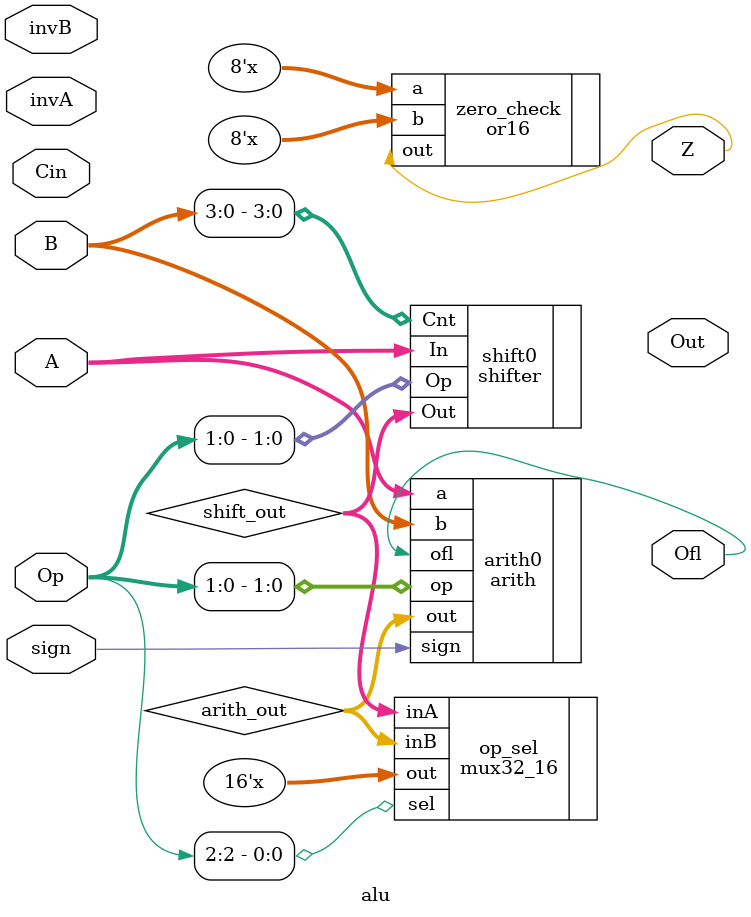
<source format=v>
module alu (A, B, Cin, Op, invA, invB, sign, Out, Ofl, Z);

    input [15:0] A;
    input [15:0] B;
    input Cin;
    input [2:0] Op;
    input invA;
    input invB;
    input sign;         //signed (1) or unsigned (0)
    output [15:0] Out;
    output Ofl;         //overflow
    output Z;           //zero

    wire [15:0] shift_out;
    wire [15:0] arith_out;
    
    shifter shift0 (.In(A[15:0]), 
                    .Cnt(B[3:0]), 
                    .Op(Op[1:0]), 
                    .Out(shift_out[15:0]));
    
    arith arith0 (.a(A[15:0]),
                  .b(B[15:0]),
                  .op(Op[1:0]),
                  .sign(sign),
                  .ofl(Ofl),
                  .out(arith_out[15:0]));
    
    mux32_16 op_sel (.inA(shift_out[15:0]), 
                     .inB(arith_out[15:0]), 
                     .sel(Op[2]), 
                     .out(out[15:0]));
    
    or16 zero_check (.a(out[7:0]), .b(out[15:8]), .out(Z));
    
endmodule

</source>
